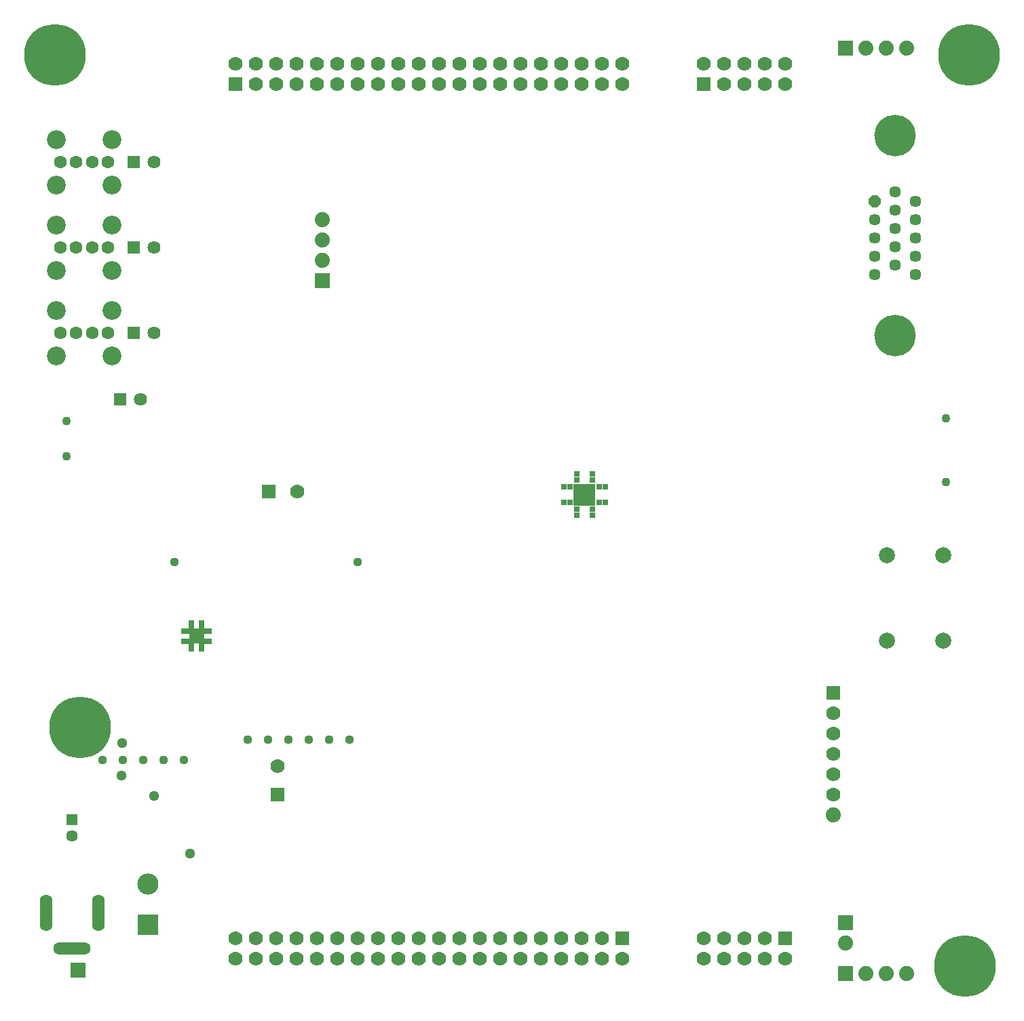
<source format=gbr>
G75*
G70*
%OFA0B0*%
%FSLAX24Y24*%
%IPPOS*%
%LPD*%
%AMOC8*
5,1,8,0,0,1.08239X$1,22.5*
%
%ADD10C,0.0631*%
%ADD11R,0.0740X0.0740*%
%ADD12R,0.0700X0.0700*%
%ADD13C,0.0700*%
%ADD14R,0.0571X0.0571*%
%ADD15C,0.0571*%
%ADD16C,0.1040*%
%ADD17R,0.1040X0.1040*%
%ADD18R,0.0278X0.0278*%
%ADD19R,0.1103X0.1103*%
%ADD20R,0.0640X0.0640*%
%ADD21C,0.0640*%
%ADD22C,0.0434*%
%ADD23C,0.0926*%
%ADD24C,0.0740*%
%ADD25R,0.0749X0.0749*%
%ADD26OC8,0.0571*%
%ADD27C,0.2040*%
%ADD28C,0.0788*%
%ADD29C,0.3032*%
%ADD30C,0.0512*%
%ADD31C,0.0440*%
D10*
X013511Y007826D03*
X013511Y008023D03*
X013511Y008220D03*
X013511Y008417D03*
X013511Y008614D03*
X013511Y008810D03*
X013511Y009007D03*
X016070Y009007D03*
X016070Y008810D03*
X016070Y008614D03*
X016070Y008417D03*
X016070Y008220D03*
X016070Y008023D03*
X016070Y007826D03*
X015361Y006665D03*
X015165Y006665D03*
X014968Y006665D03*
X014771Y006665D03*
X014574Y006665D03*
X014377Y006665D03*
X014180Y006665D03*
X014190Y036928D03*
X014977Y036928D03*
X015765Y036928D03*
X016552Y036928D03*
X016552Y041128D03*
X015765Y041128D03*
X014977Y041128D03*
X014190Y041128D03*
X014190Y045328D03*
X014977Y045328D03*
X015765Y045328D03*
X016552Y045328D03*
D11*
X027070Y039517D03*
X052770Y050937D03*
X052770Y007937D03*
X052770Y005437D03*
X015070Y005597D03*
D12*
X024860Y014227D03*
X041820Y007187D03*
X049820Y007187D03*
X052170Y019237D03*
X024440Y029127D03*
X022820Y049187D03*
X045820Y049187D03*
D13*
X045820Y050187D03*
X046820Y050187D03*
X047820Y050187D03*
X047820Y049187D03*
X046820Y049187D03*
X048820Y049187D03*
X048820Y050187D03*
X049820Y050187D03*
X049820Y049187D03*
X041820Y049187D03*
X041820Y050187D03*
X040820Y050187D03*
X040820Y049187D03*
X039820Y049187D03*
X039820Y050187D03*
X038820Y050187D03*
X038820Y049187D03*
X037820Y049187D03*
X037820Y050187D03*
X036820Y050187D03*
X035820Y050187D03*
X035820Y049187D03*
X036820Y049187D03*
X034820Y049187D03*
X034820Y050187D03*
X033820Y050187D03*
X033820Y049187D03*
X032820Y049187D03*
X032820Y050187D03*
X031820Y050187D03*
X031820Y049187D03*
X030820Y049187D03*
X030820Y050187D03*
X029820Y050187D03*
X029820Y049187D03*
X028820Y049187D03*
X028820Y050187D03*
X027820Y050187D03*
X027820Y049187D03*
X026820Y049187D03*
X026820Y050187D03*
X025820Y050187D03*
X025820Y049187D03*
X024820Y049187D03*
X024820Y050187D03*
X023820Y050187D03*
X023820Y049187D03*
X022820Y050187D03*
X025840Y029127D03*
X024860Y015627D03*
X024820Y007187D03*
X023820Y007187D03*
X023820Y006187D03*
X024820Y006187D03*
X025820Y006187D03*
X025820Y007187D03*
X026820Y007187D03*
X026820Y006187D03*
X027820Y006187D03*
X027820Y007187D03*
X028820Y007187D03*
X028820Y006187D03*
X029820Y006187D03*
X029820Y007187D03*
X030820Y007187D03*
X030820Y006187D03*
X031820Y006187D03*
X031820Y007187D03*
X032820Y007187D03*
X032820Y006187D03*
X033820Y006187D03*
X033820Y007187D03*
X034820Y007187D03*
X034820Y006187D03*
X035820Y006187D03*
X035820Y007187D03*
X036820Y007187D03*
X037820Y007187D03*
X037820Y006187D03*
X036820Y006187D03*
X038820Y006187D03*
X038820Y007187D03*
X039820Y007187D03*
X039820Y006187D03*
X040820Y006187D03*
X040820Y007187D03*
X041820Y006187D03*
X045820Y006187D03*
X045820Y007187D03*
X046820Y007187D03*
X047820Y007187D03*
X047820Y006187D03*
X046820Y006187D03*
X048820Y006187D03*
X048820Y007187D03*
X049820Y006187D03*
X052170Y014237D03*
X052170Y015237D03*
X052170Y016237D03*
X052170Y017237D03*
X052170Y018237D03*
X022820Y007187D03*
X022820Y006187D03*
D14*
X014770Y013000D03*
D15*
X014770Y012213D03*
X054190Y039821D03*
X054190Y040721D03*
X055190Y041171D03*
X055190Y040271D03*
X056190Y040721D03*
X056190Y039821D03*
X056190Y041621D03*
X056190Y042521D03*
X056190Y043421D03*
X055190Y043871D03*
X055190Y042971D03*
X055190Y042071D03*
X054190Y042521D03*
X054190Y041621D03*
D16*
X018520Y009837D03*
D17*
X018520Y007837D03*
D18*
X020634Y021397D03*
X020634Y021633D03*
X020496Y021771D03*
X020260Y021771D03*
X020260Y022283D03*
X020496Y022283D03*
X020634Y022420D03*
X020634Y022657D03*
X021146Y022657D03*
X021146Y022420D03*
X021284Y022283D03*
X021520Y022283D03*
X021520Y021771D03*
X021284Y021771D03*
X021146Y021633D03*
X021146Y021397D03*
X038927Y028593D03*
X039241Y028593D03*
X039556Y028278D03*
X039556Y027963D03*
X040344Y027963D03*
X040344Y028278D03*
X040659Y028593D03*
X040974Y028593D03*
X040974Y029380D03*
X040659Y029380D03*
X040344Y029695D03*
X040344Y030010D03*
X039556Y030010D03*
X039556Y029695D03*
X039241Y029380D03*
X038927Y029380D03*
D19*
X039950Y028987D03*
D20*
X017820Y036937D03*
X017140Y033657D03*
X017820Y041137D03*
X017820Y045337D03*
D21*
X018820Y045337D03*
X018820Y041137D03*
X018820Y036937D03*
X018140Y033657D03*
D22*
X014520Y032603D03*
X014520Y030870D03*
X057704Y029592D03*
X057704Y032741D03*
D23*
X016749Y035806D03*
X016749Y038050D03*
X016749Y040006D03*
X016749Y042250D03*
X016749Y044206D03*
X016749Y046450D03*
X013993Y046450D03*
X013993Y044206D03*
X013993Y042250D03*
X013993Y040006D03*
X013993Y038050D03*
X013993Y035806D03*
D24*
X027070Y040517D03*
X027070Y041517D03*
X027070Y042517D03*
X053770Y050937D03*
X054770Y050937D03*
X055770Y050937D03*
X052170Y013237D03*
X052770Y006937D03*
X053770Y005437D03*
X054770Y005437D03*
X055770Y005437D03*
D25*
X020890Y022027D03*
D26*
X054190Y043421D03*
D27*
X055190Y046637D03*
X055190Y036797D03*
D28*
X054802Y026006D03*
X057558Y026006D03*
X057558Y021806D03*
X054802Y021806D03*
D29*
X058637Y005818D03*
X015176Y017543D03*
X013952Y050606D03*
X058837Y050606D03*
D30*
X059664Y049779D03*
X060019Y050606D03*
X059664Y051432D03*
X058837Y051787D03*
X058011Y051432D03*
X057656Y050606D03*
X058011Y049779D03*
X058837Y049424D03*
X017222Y016787D03*
X016357Y017543D03*
X016003Y018369D03*
X015176Y018724D03*
X014349Y018369D03*
X013995Y017543D03*
X014349Y016716D03*
X015176Y016361D03*
X016003Y016716D03*
X017220Y015187D03*
X018820Y014187D03*
X020570Y011327D03*
X057456Y005818D03*
X057810Y006645D03*
X058637Y006999D03*
X059463Y006645D03*
X059818Y005818D03*
X059463Y004991D03*
X058637Y004637D03*
X057810Y004991D03*
X013952Y049424D03*
X014778Y049779D03*
X015133Y050606D03*
X014778Y051432D03*
X013952Y051787D03*
X013125Y051432D03*
X012771Y050606D03*
X013125Y049779D03*
D31*
X019820Y025687D03*
X028820Y025687D03*
X028420Y016937D03*
X027420Y016937D03*
X026420Y016937D03*
X025420Y016937D03*
X024420Y016937D03*
X023420Y016937D03*
X020270Y015937D03*
X019270Y015937D03*
X018270Y015937D03*
X017270Y015937D03*
X016270Y015937D03*
M02*

</source>
